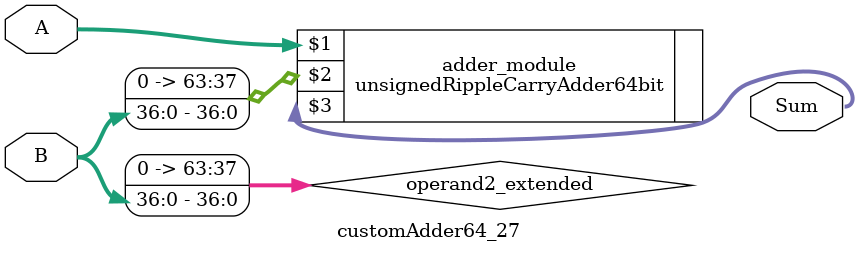
<source format=v>
module customAdder64_27(
                        input [63 : 0] A,
                        input [36 : 0] B,
                        
                        output [64 : 0] Sum
                );

        wire [63 : 0] operand2_extended;
        
        assign operand2_extended =  {27'b0, B};
        
        unsignedRippleCarryAdder64bit adder_module(
            A,
            operand2_extended,
            Sum
        );
        
        endmodule
        
</source>
